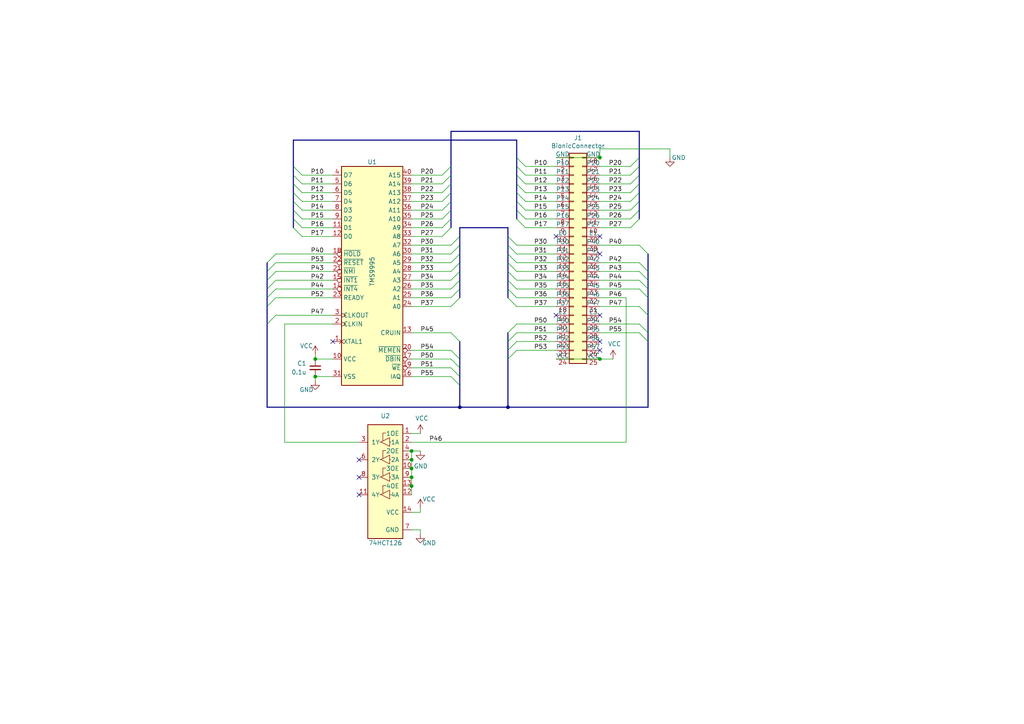
<source format=kicad_sch>
(kicad_sch (version 20211123) (generator eeschema)
  (paper "A4")
  (title_block (title "BionicTMS9995 Mezzanine") (date "2022-01-19") (rev "1") (company "Tadashi G. Takaoka"))
  (lib_symbols
    (symbol "0-LocalLibrary:74HCT126" (pin_names (offset 1.016))
      (property "Reference" "U" (at 0 16.51 0))
      (property "Value" "74HCT126" (at 0 -19.05 0))
      (symbol "74HCT126_0_1"
        (polyline (pts (xy -1.2954 10.2108) (xy -1.6002 10.2108)))
        (polyline (pts (xy 1.2954 10.2362) (xy 1.651 10.2362)))
        (polyline (pts (xy 0.7112 10.5664) (xy 0.7112 12.827) (xy -0.127 12.827) (xy -0.1016 12.827)))
      )
      (symbol "74HCT126_1_0"
        (polyline (pts (xy 1.27 10.2362) (xy -1.27 11.5062) (xy -1.27 8.9662) (xy 1.27 10.2362)) (stroke (width 0.1524)))
        (pin input line (at -7.62 12.7 0) (length 2.54) (name "1OE") (number "1"))
        (pin input line (at -7.62 2.54 0) (length 2.54) (name "3OE") (number "10"))
        (pin tri_state line (at 7.62 -5.08 180) (length 2.54) (name "4Y") (number "11"))
        (pin input line (at -7.62 -5.08 0) (length 2.54) (name "4A") (number "12"))
        (pin input line (at -7.62 -2.54 0) (length 2.54) (name "4OE") (number "13"))
        (pin power_in line (at -7.62 -10.16 0) (length 2.54) (name "VCC") (number "14"))
        (pin input line (at -7.62 10.16 0) (length 2.54) (name "1A") (number "2"))
        (pin tri_state line (at 7.62 10.16 180) (length 2.54) (name "1Y") (number "3"))
        (pin input line (at -7.62 7.62 0) (length 2.54) (name "2OE") (number "4"))
        (pin input line (at -7.62 5.08 0) (length 2.54) (name "2A") (number "5"))
        (pin tri_state line (at 7.62 5.08 180) (length 2.54) (name "2Y") (number "6"))
        (pin power_in line (at -7.62 -15.24 0) (length 2.54) (name "GND") (number "7"))
        (pin tri_state line (at 7.62 0 180) (length 2.54) (name "3Y") (number "8"))
        (pin input line (at -7.62 0 0) (length 2.54) (name "3A") (number "9"))
      )
      (symbol "74HCT126_1_1"
        (rectangle (start -5.08 15.24) (end 5.08 -17.78) (stroke (width 0.254)) (fill (type background)))
        (polyline (pts (xy -1.2954 -5.0292) (xy -1.6002 -5.0292)))
        (polyline (pts (xy -1.2954 0.0508) (xy -1.6002 0.0508)))
        (polyline (pts (xy -1.2954 5.1308) (xy -1.6002 5.1308)))
        (polyline (pts (xy 1.2954 -5.0038) (xy 1.651 -5.0038)))
        (polyline (pts (xy 1.2954 0.0762) (xy 1.651 0.0762)))
        (polyline (pts (xy 1.2954 5.1562) (xy 1.651 5.1562)))
        (polyline (pts (xy 0.7112 -4.6736) (xy 0.7112 -2.413) (xy -0.127 -2.413) (xy -0.1016 -2.413)))
        (polyline (pts (xy 0.7112 0.4064) (xy 0.7112 2.667) (xy -0.127 2.667) (xy -0.1016 2.667)))
        (polyline (pts (xy 0.7112 5.4864) (xy 0.7112 7.747) (xy -0.127 7.747) (xy -0.1016 7.747)))
        (polyline (pts (xy 1.27 -5.0038) (xy -1.27 -3.7338) (xy -1.27 -6.2738) (xy 1.27 -5.0038)) (stroke (width 0.1524)))
        (polyline (pts (xy 1.27 0.0762) (xy -1.27 1.3462) (xy -1.27 -1.1938) (xy 1.27 0.0762)) (stroke (width 0.1524)))
        (polyline (pts (xy 1.27 5.1562) (xy -1.27 6.4262) (xy -1.27 3.8862) (xy 1.27 5.1562)) (stroke (width 0.1524)))
      )
    )
    (symbol "0-LocalLibrary:BionicConnector" (pin_names (offset 0))
      (property "Reference" "J" (at 1.27 30.48 0))
      (property "Value" "BionicConnector" (at 3.81 33.02 0))
      (symbol "BionicConnector_1_1"
        (rectangle (start -1.27 -30.353) (end 0 -30.607) (stroke (width 0.1524)))
        (rectangle (start -1.27 -27.813) (end 0 -28.067) (stroke (width 0.1524)))
        (rectangle (start -1.27 -25.273) (end 0 -25.527) (stroke (width 0.1524)))
        (rectangle (start -1.27 -22.733) (end 0 -22.987) (stroke (width 0.1524)))
        (rectangle (start -1.27 -20.193) (end 0 -20.447) (stroke (width 0.1524)))
        (rectangle (start -1.27 -17.653) (end 0 -17.907) (stroke (width 0.1524)))
        (rectangle (start -1.27 -15.113) (end 0 -15.367) (stroke (width 0.1524)))
        (rectangle (start -1.27 -12.573) (end 0 -12.827) (stroke (width 0.1524)))
        (rectangle (start -1.27 -10.033) (end 0 -10.287) (stroke (width 0.1524)))
        (rectangle (start -1.27 -7.493) (end 0 -7.747) (stroke (width 0.1524)))
        (rectangle (start -1.27 -4.953) (end 0 -5.207) (stroke (width 0.1524)))
        (rectangle (start -1.27 -2.413) (end 0 -2.667) (stroke (width 0.1524)))
        (rectangle (start -1.27 0.127) (end 0 -0.127) (stroke (width 0.1524)))
        (rectangle (start -1.27 2.667) (end 0 2.413) (stroke (width 0.1524)))
        (rectangle (start -1.27 5.207) (end 0 4.953) (stroke (width 0.1524)))
        (rectangle (start -1.27 7.747) (end 0 7.493) (stroke (width 0.1524)))
        (rectangle (start -1.27 10.287) (end 0 10.033) (stroke (width 0.1524)))
        (rectangle (start -1.27 12.827) (end 0 12.573) (stroke (width 0.1524)))
        (rectangle (start -1.27 15.367) (end 0 15.113) (stroke (width 0.1524)))
        (rectangle (start -1.27 17.907) (end 0 17.653) (stroke (width 0.1524)))
        (rectangle (start -1.27 20.447) (end 0 20.193) (stroke (width 0.1524)))
        (rectangle (start -1.27 22.987) (end 0 22.733) (stroke (width 0.1524)))
        (rectangle (start -1.27 25.527) (end 0 25.273) (stroke (width 0.1524)))
        (rectangle (start -1.27 28.067) (end 0 27.813) (stroke (width 0.1524)))
        (rectangle (start -1.27 29.21) (end 3.81 -31.75) (stroke (width 0.254)) (fill (type background)))
        (rectangle (start 3.81 -30.353) (end 2.54 -30.607) (stroke (width 0.1524)))
        (rectangle (start 3.81 -27.813) (end 2.54 -28.067) (stroke (width 0.1524)))
        (rectangle (start 3.81 -25.273) (end 2.54 -25.527) (stroke (width 0.1524)))
        (rectangle (start 3.81 -22.733) (end 2.54 -22.987) (stroke (width 0.1524)))
        (rectangle (start 3.81 -20.193) (end 2.54 -20.447) (stroke (width 0.1524)))
        (rectangle (start 3.81 -17.653) (end 2.54 -17.907) (stroke (width 0.1524)))
        (rectangle (start 3.81 -15.113) (end 2.54 -15.367) (stroke (width 0.1524)))
        (rectangle (start 3.81 -12.573) (end 2.54 -12.827) (stroke (width 0.1524)))
        (rectangle (start 3.81 -10.033) (end 2.54 -10.287) (stroke (width 0.1524)))
        (rectangle (start 3.81 -7.493) (end 2.54 -7.747) (stroke (width 0.1524)))
        (rectangle (start 3.81 -4.953) (end 2.54 -5.207) (stroke (width 0.1524)))
        (rectangle (start 3.81 -2.413) (end 2.54 -2.667) (stroke (width 0.1524)))
        (rectangle (start 3.81 0.127) (end 2.54 -0.127) (stroke (width 0.1524)))
        (rectangle (start 3.81 2.667) (end 2.54 2.413) (stroke (width 0.1524)))
        (rectangle (start 3.81 5.207) (end 2.54 4.953) (stroke (width 0.1524)))
        (rectangle (start 3.81 7.747) (end 2.54 7.493) (stroke (width 0.1524)))
        (rectangle (start 3.81 10.287) (end 2.54 10.033) (stroke (width 0.1524)))
        (rectangle (start 3.81 12.827) (end 2.54 12.573) (stroke (width 0.1524)))
        (rectangle (start 3.81 15.367) (end 2.54 15.113) (stroke (width 0.1524)))
        (rectangle (start 3.81 17.907) (end 2.54 17.653) (stroke (width 0.1524)))
        (rectangle (start 3.81 20.447) (end 2.54 20.193) (stroke (width 0.1524)))
        (rectangle (start 3.81 22.987) (end 2.54 22.733) (stroke (width 0.1524)))
        (rectangle (start 3.81 25.527) (end 2.54 25.273) (stroke (width 0.1524)))
        (rectangle (start 3.81 28.067) (end 2.54 27.813) (stroke (width 0.1524)))
        (pin power_out line (at -5.08 27.94 0) (length 3.81) (name "GND") (number "1"))
        (pin bidirectional line (at -5.08 5.08 0) (length 3.81) (name "E0") (number "10"))
        (pin bidirectional line (at -5.08 2.54 0) (length 3.81) (name "P30") (number "11"))
        (pin bidirectional line (at -5.08 0 0) (length 3.81) (name "P31") (number "12"))
        (pin bidirectional line (at -5.08 -2.54 0) (length 3.81) (name "P32") (number "13"))
        (pin bidirectional line (at -5.08 -5.08 0) (length 3.81) (name "P33") (number "14"))
        (pin bidirectional line (at -5.08 -7.62 0) (length 3.81) (name "P34") (number "15"))
        (pin bidirectional line (at -5.08 -10.16 0) (length 3.81) (name "P35") (number "16"))
        (pin bidirectional line (at -5.08 -12.7 0) (length 3.81) (name "P36") (number "17"))
        (pin bidirectional line (at -5.08 -15.24 0) (length 3.81) (name "P37") (number "18"))
        (pin bidirectional line (at -5.08 -17.78 0) (length 3.81) (name "E2") (number "19"))
        (pin bidirectional line (at -5.08 25.4 0) (length 3.81) (name "P10") (number "2"))
        (pin bidirectional line (at -5.08 -20.32 0) (length 3.81) (name "P50") (number "20"))
        (pin bidirectional line (at -5.08 -22.86 0) (length 3.81) (name "P51") (number "21"))
        (pin bidirectional line (at -5.08 -25.4 0) (length 3.81) (name "P52") (number "22"))
        (pin bidirectional line (at -5.08 -27.94 0) (length 3.81) (name "P53") (number "23"))
        (pin power_out line (at -5.08 -30.48 0) (length 3.81) (name "VCC") (number "24"))
        (pin power_in line (at 7.62 -30.48 180) (length 3.81) (name "VCC") (number "25"))
        (pin bidirectional line (at 7.62 -27.94 180) (length 3.81) (name "P57") (number "26"))
        (pin bidirectional line (at 7.62 -25.4 180) (length 3.81) (name "P56") (number "27"))
        (pin bidirectional line (at 7.62 -22.86 180) (length 3.81) (name "P55") (number "28"))
        (pin bidirectional line (at 7.62 -20.32 180) (length 3.81) (name "P54") (number "29"))
        (pin bidirectional line (at -5.08 22.86 0) (length 3.81) (name "P11") (number "3"))
        (pin bidirectional line (at 7.62 -17.78 180) (length 3.81) (name "E3") (number "30"))
        (pin bidirectional line (at 7.62 -15.24 180) (length 3.81) (name "P47") (number "31"))
        (pin bidirectional line (at 7.62 -12.7 180) (length 3.81) (name "P46") (number "32"))
        (pin bidirectional line (at 7.62 -10.16 180) (length 3.81) (name "P45") (number "33"))
        (pin bidirectional line (at 7.62 -7.62 180) (length 3.81) (name "P44") (number "34"))
        (pin bidirectional line (at 7.62 -5.08 180) (length 3.81) (name "P43") (number "35"))
        (pin bidirectional line (at 7.62 -2.54 180) (length 3.81) (name "P42") (number "36"))
        (pin bidirectional line (at 7.62 0 180) (length 3.81) (name "P41") (number "37"))
        (pin bidirectional line (at 7.62 2.54 180) (length 3.81) (name "P40") (number "38"))
        (pin bidirectional line (at 7.62 5.08 180) (length 3.81) (name "E1") (number "39"))
        (pin bidirectional line (at -5.08 20.32 0) (length 3.81) (name "P12") (number "4"))
        (pin bidirectional line (at 7.62 7.62 180) (length 3.81) (name "P27") (number "40"))
        (pin bidirectional line (at 7.62 10.16 180) (length 3.81) (name "P26") (number "41"))
        (pin bidirectional line (at 7.62 12.7 180) (length 3.81) (name "P25") (number "42"))
        (pin bidirectional line (at 7.62 15.24 180) (length 3.81) (name "P24") (number "43"))
        (pin bidirectional line (at 7.62 17.78 180) (length 3.81) (name "P23") (number "44"))
        (pin bidirectional line (at 7.62 20.32 180) (length 3.81) (name "P22") (number "45"))
        (pin bidirectional line (at 7.62 22.86 180) (length 3.81) (name "P21") (number "46"))
        (pin bidirectional line (at 7.62 25.4 180) (length 3.81) (name "P20") (number "47"))
        (pin power_in line (at 7.62 27.94 180) (length 3.81) (name "GND") (number "48"))
        (pin bidirectional line (at -5.08 17.78 0) (length 3.81) (name "P13") (number "5"))
        (pin bidirectional line (at -5.08 15.24 0) (length 3.81) (name "P14") (number "6"))
        (pin bidirectional line (at -5.08 12.7 0) (length 3.81) (name "P15") (number "7"))
        (pin bidirectional line (at -5.08 10.16 0) (length 3.81) (name "P16") (number "8"))
        (pin bidirectional line (at -5.08 7.62 0) (length 3.81) (name "P17") (number "9"))
      )
    )
    (symbol "0-LocalLibrary:TMS9995"
      (property "Reference" "U" (at -1.27 31.75 0))
      (property "Value" "TMS9995" (at 0 -3.81 90))
      (symbol "TMS9995_0_1"
        (rectangle (start -8.89 -33.02) (end 8.89 30.48) (stroke (width 0.254)) (fill (type background)))
      )
      (symbol "TMS9995_1_1"
        (pin passive non_logic (at -11.43 -20.32 0) (length 2.54) (name "XTAL1") (number "1"))
        (pin power_in line (at -11.43 -25.4 0) (length 2.54) (name "VCC") (number "10"))
        (pin bidirectional line (at -11.43 12.7 0) (length 2.54) (name "D1") (number "11"))
        (pin bidirectional line (at -11.43 10.16 0) (length 2.54) (name "D0") (number "12"))
        (pin input line (at 11.43 -17.78 180) (length 2.54) (name "CRUIN") (number "13"))
        (pin input inverted (at -11.43 -5.08 0) (length 2.54) (name "~{INT4}") (number "14"))
        (pin input inverted (at -11.43 -2.54 0) (length 2.54) (name "~{INT1}") (number "15"))
        (pin output line (at 11.43 -30.48 180) (length 2.54) (name "IAQ") (number "16"))
        (pin output inverted (at 11.43 -25.4 180) (length 2.54) (name "~{DBIN}") (number "17"))
        (pin input inverted (at -11.43 5.08 0) (length 2.54) (name "~{HOLD}") (number "18"))
        (pin output inverted (at 11.43 -27.94 180) (length 2.54) (name "~{WE}") (number "19"))
        (pin input clock (at -11.43 -15.24 0) (length 2.54) (name "CLKIN") (number "2"))
        (pin output inverted (at 11.43 -22.86 180) (length 2.54) (name "~{MEMEN}") (number "20"))
        (pin input inverted (at -11.43 0 0) (length 2.54) (name "~{NMI}") (number "21"))
        (pin input inverted (at -11.43 2.54 0) (length 2.54) (name "~{RESET}") (number "22"))
        (pin input line (at -11.43 -7.62 0) (length 2.54) (name "READY") (number "23"))
        (pin output line (at 11.43 -10.16 180) (length 2.54) (name "A0") (number "24"))
        (pin output line (at 11.43 -7.62 180) (length 2.54) (name "A1") (number "25"))
        (pin output line (at 11.43 -5.08 180) (length 2.54) (name "A2") (number "26"))
        (pin output line (at 11.43 -2.54 180) (length 2.54) (name "A3") (number "27"))
        (pin output line (at 11.43 0 180) (length 2.54) (name "A4") (number "28"))
        (pin output line (at 11.43 2.54 180) (length 2.54) (name "A5") (number "29"))
        (pin output clock (at -11.43 -12.7 0) (length 2.54) (name "CLKOUT") (number "3"))
        (pin output line (at 11.43 5.08 180) (length 2.54) (name "A6") (number "30"))
        (pin power_in line (at -11.43 -30.48 0) (length 2.54) (name "VSS") (number "31"))
        (pin output line (at 11.43 7.62 180) (length 2.54) (name "A7") (number "32"))
        (pin output line (at 11.43 10.16 180) (length 2.54) (name "A8") (number "33"))
        (pin output line (at 11.43 12.7 180) (length 2.54) (name "A9") (number "34"))
        (pin output line (at 11.43 15.24 180) (length 2.54) (name "A10") (number "35"))
        (pin output line (at 11.43 17.78 180) (length 2.54) (name "A11") (number "36"))
        (pin output line (at 11.43 20.32 180) (length 2.54) (name "A12") (number "37"))
        (pin output line (at 11.43 22.86 180) (length 2.54) (name "A13") (number "38"))
        (pin output line (at 11.43 25.4 180) (length 2.54) (name "A14") (number "39"))
        (pin bidirectional line (at -11.43 27.94 0) (length 2.54) (name "D7") (number "4"))
        (pin output line (at 11.43 27.94 180) (length 2.54) (name "A15") (number "40"))
        (pin bidirectional line (at -11.43 25.4 0) (length 2.54) (name "D6") (number "5"))
        (pin bidirectional line (at -11.43 22.86 0) (length 2.54) (name "D5") (number "6"))
        (pin bidirectional line (at -11.43 20.32 0) (length 2.54) (name "D4") (number "7"))
        (pin bidirectional line (at -11.43 17.78 0) (length 2.54) (name "D3") (number "8"))
        (pin bidirectional line (at -11.43 15.24 0) (length 2.54) (name "D2") (number "9"))
      )
    )
    (symbol "Device:C_Small" (pin_numbers hide) (pin_names (offset 0.254) hide)
      (property "Reference" "C" (at 0.254 1.778 0))
      (property "Value" "C_Small" (at 0.254 -2.032 0))
      (symbol "C_Small_0_1"
        (polyline (pts (xy -1.524 -0.508) (xy 1.524 -0.508)) (stroke (width 0.3302)))
        (polyline (pts (xy -1.524 0.508) (xy 1.524 0.508)) (stroke (width 0.3048)))
      )
      (symbol "C_Small_1_1"
        (pin passive line (at 0 2.54 270) (length 2.032) (name "~") (number "1"))
        (pin passive line (at 0 -2.54 90) (length 2.032) (name "~") (number "2"))
      )
    )
    (symbol "power:GND" (power) (pin_names (offset 0))
      (property "Value" "GND" (at 0 -3.81 0))
      (symbol "GND_0_1"
        (polyline (pts (xy 0 0) (xy 0 -1.27) (xy 1.27 -1.27) (xy 0 -2.54) (xy -1.27 -1.27) (xy 0 -1.27)))
      )
      (symbol "GND_1_1"
        (pin power_in line (at 0 0 270) (length 0) hide (name "GND") (number "1"))
      )
    )
    (symbol "power:VCC" (power) (pin_names (offset 0))
      (property "Value" "VCC" (at 0 3.81 0))
      (symbol "VCC_0_1"
        (polyline (pts (xy -0.762 1.27) (xy 0 2.54)))
        (polyline (pts (xy 0 0) (xy 0 2.54)))
        (polyline (pts (xy 0 2.54) (xy 0.762 1.27)))
      )
      (symbol "VCC_1_1"
        (pin power_in line (at 0 0 90) (length 0) hide (name "VCC") (number "1"))
      )
    )
  )
  (junction (at 91.44 104.14))
  (junction (at 119.38 130.81))
  (junction (at 119.38 135.89))
  (junction (at 173.99 104.14))
  (junction (at 91.44 109.22))
  (junction (at 133.35 118.11))
  (junction (at 173.99 45.72))
  (junction (at 119.38 133.35))
  (junction (at 119.38 138.43))
  (junction (at 147.32 118.11))
  (junction (at 119.38 140.97))
  (no_connect (at 173.99 91.44))
  (no_connect (at 104.14 133.35))
  (no_connect (at 173.99 68.58))
  (no_connect (at 173.99 73.66))
  (no_connect (at 161.29 68.58))
  (no_connect (at 96.52 99.06))
  (no_connect (at 104.14 138.43))
  (no_connect (at 104.14 143.51))
  (no_connect (at 161.29 91.44))
  (no_connect (at 173.99 101.6))
  (no_connect (at 173.99 99.06))
  (bus_entry (at 130.81 58.42) (size -2.54 2.54))
  (bus_entry (at 185.42 55.88) (size -2.54 2.54))
  (bus_entry (at 185.42 50.8) (size -2.54 2.54))
  (bus_entry (at 130.81 53.34) (size -2.54 2.54))
  (bus_entry (at 130.81 96.52) (size 2.54 2.54))
  (bus_entry (at 80.01 78.74) (size -2.54 2.54))
  (bus_entry (at 80.01 86.36) (size -2.54 2.54))
  (bus_entry (at 130.81 66.04) (size -2.54 2.54))
  (bus_entry (at 87.63 50.8) (size -2.54 -2.54))
  (bus_entry (at 185.42 93.98) (size 2.54 2.54))
  (bus_entry (at 87.63 53.34) (size -2.54 -2.54))
  (bus_entry (at 185.42 53.34) (size -2.54 2.54))
  (bus_entry (at 152.4 60.96) (size -2.54 -2.54))
  (bus_entry (at 185.42 60.96) (size -2.54 2.54))
  (bus_entry (at 130.81 86.36) (size 2.54 -2.54))
  (bus_entry (at 147.32 71.12) (size 2.54 2.54))
  (bus_entry (at 130.81 104.14) (size 2.54 2.54))
  (bus_entry (at 80.01 81.28) (size -2.54 2.54))
  (bus_entry (at 185.42 45.72) (size -2.54 2.54))
  (bus_entry (at 185.42 58.42) (size -2.54 2.54))
  (bus_entry (at 147.32 76.2) (size 2.54 2.54))
  (bus_entry (at 149.86 99.06) (size -2.54 2.54))
  (bus_entry (at 130.81 81.28) (size 2.54 -2.54))
  (bus_entry (at 149.86 101.6) (size -2.54 2.54))
  (bus_entry (at 147.32 83.82) (size 2.54 2.54))
  (bus_entry (at 149.86 96.52) (size -2.54 2.54))
  (bus_entry (at 149.86 71.12) (size -2.54 -2.54))
  (bus_entry (at 185.42 63.5) (size -2.54 2.54))
  (bus_entry (at 87.63 66.04) (size -2.54 -2.54))
  (bus_entry (at 147.32 81.28) (size 2.54 2.54))
  (bus_entry (at 130.81 88.9) (size 2.54 -2.54))
  (bus_entry (at 149.86 93.98) (size -2.54 2.54))
  (bus_entry (at 130.81 63.5) (size -2.54 2.54))
  (bus_entry (at 147.32 78.74) (size 2.54 2.54))
  (bus_entry (at 185.42 81.28) (size 2.54 2.54))
  (bus_entry (at 130.81 60.96) (size -2.54 2.54))
  (bus_entry (at 152.4 50.8) (size -2.54 -2.54))
  (bus_entry (at 130.81 71.12) (size 2.54 -2.54))
  (bus_entry (at 185.42 71.12) (size 2.54 2.54))
  (bus_entry (at 130.81 76.2) (size 2.54 -2.54))
  (bus_entry (at 130.81 73.66) (size 2.54 -2.54))
  (bus_entry (at 130.81 83.82) (size 2.54 -2.54))
  (bus_entry (at 130.81 48.26) (size -2.54 2.54))
  (bus_entry (at 87.63 63.5) (size -2.54 -2.54))
  (bus_entry (at 185.42 76.2) (size 2.54 2.54))
  (bus_entry (at 130.81 106.68) (size 2.54 2.54))
  (bus_entry (at 185.42 48.26) (size -2.54 2.54))
  (bus_entry (at 87.63 68.58) (size -2.54 -2.54))
  (bus_entry (at 87.63 58.42) (size -2.54 -2.54))
  (bus_entry (at 152.4 53.34) (size -2.54 -2.54))
  (bus_entry (at 185.42 83.82) (size 2.54 2.54))
  (bus_entry (at 80.01 73.66) (size -2.54 2.54))
  (bus_entry (at 130.81 101.6) (size 2.54 2.54))
  (bus_entry (at 152.4 66.04) (size -2.54 -2.54))
  (bus_entry (at 152.4 55.88) (size -2.54 -2.54))
  (bus_entry (at 185.42 78.74) (size 2.54 2.54))
  (bus_entry (at 130.81 55.88) (size -2.54 2.54))
  (bus_entry (at 152.4 58.42) (size -2.54 -2.54))
  (bus_entry (at 130.81 109.22) (size 2.54 2.54))
  (bus_entry (at 87.63 55.88) (size -2.54 -2.54))
  (bus_entry (at 80.01 76.2) (size -2.54 2.54))
  (bus_entry (at 130.81 50.8) (size -2.54 2.54))
  (bus_entry (at 152.4 63.5) (size -2.54 -2.54))
  (bus_entry (at 80.01 83.82) (size -2.54 2.54))
  (bus_entry (at 152.4 48.26) (size -2.54 -2.54))
  (bus_entry (at 80.01 91.44) (size -2.54 2.54))
  (bus_entry (at 185.42 88.9) (size 2.54 2.54))
  (bus_entry (at 87.63 60.96) (size -2.54 -2.54))
  (bus_entry (at 147.32 86.36) (size 2.54 2.54))
  (bus_entry (at 147.32 73.66) (size 2.54 2.54))
  (bus_entry (at 130.81 78.74) (size 2.54 -2.54))
  (bus_entry (at 185.42 96.52) (size 2.54 2.54))
  (bus (pts (xy 147.32 71.12) (xy 147.32 73.66)))
  (bus (pts (xy 187.96 96.52) (xy 187.96 99.06)))
  (bus (pts (xy 85.09 58.42) (xy 85.09 60.96)))
  (wire (pts (xy 119.38 50.8) (xy 128.27 50.8)))
  (bus (pts (xy 149.86 50.8) (xy 149.86 53.34)))
  (wire (pts (xy 119.38 143.51) (xy 119.38 140.97)))
  (wire (pts (xy 149.86 96.52) (xy 161.29 96.52)))
  (wire (pts (xy 161.29 71.12) (xy 149.86 71.12)))
  (wire (pts (xy 80.01 76.2) (xy 96.52 76.2)))
  (wire (pts (xy 173.99 43.18) (xy 194.31 43.18)))
  (wire (pts (xy 91.44 104.14) (xy 96.52 104.14)))
  (bus (pts (xy 149.86 40.64) (xy 149.86 45.72)))
  (bus (pts (xy 147.32 73.66) (xy 147.32 76.2)))
  (bus (pts (xy 77.47 88.9) (xy 77.47 93.98)))
  (wire (pts (xy 173.99 71.12) (xy 185.42 71.12)))
  (bus (pts (xy 147.32 83.82) (xy 147.32 86.36)))
  (bus (pts (xy 133.35 81.28) (xy 133.35 83.82)))
  (wire (pts (xy 91.44 110.49) (xy 91.44 109.22)))
  (bus (pts (xy 133.35 66.04) (xy 147.32 66.04)))
  (bus (pts (xy 133.35 111.76) (xy 133.35 118.11)))
  (bus (pts (xy 130.81 38.1) (xy 130.81 48.26)))
  (bus (pts (xy 85.09 53.34) (xy 85.09 55.88)))
  (wire (pts (xy 161.29 50.8) (xy 152.4 50.8)))
  (bus (pts (xy 185.42 50.8) (xy 185.42 53.34)))
  (bus (pts (xy 133.35 66.04) (xy 133.35 68.58)))
  (wire (pts (xy 161.29 58.42) (xy 152.4 58.42)))
  (wire (pts (xy 119.38 153.67) (xy 121.92 153.67)))
  (wire (pts (xy 173.99 93.98) (xy 185.42 93.98)))
  (wire (pts (xy 161.29 63.5) (xy 152.4 63.5)))
  (wire (pts (xy 96.52 81.28) (xy 80.01 81.28)))
  (wire (pts (xy 96.52 86.36) (xy 80.01 86.36)))
  (wire (pts (xy 149.86 88.9) (xy 161.29 88.9)))
  (wire (pts (xy 119.38 58.42) (xy 128.27 58.42)))
  (bus (pts (xy 130.81 63.5) (xy 130.81 66.04)))
  (wire (pts (xy 173.99 104.14) (xy 177.8 104.14)))
  (wire (pts (xy 119.38 76.2) (xy 130.81 76.2)))
  (wire (pts (xy 173.99 55.88) (xy 182.88 55.88)))
  (wire (pts (xy 161.29 83.82) (xy 149.86 83.82)))
  (wire (pts (xy 119.38 53.34) (xy 128.27 53.34)))
  (bus (pts (xy 187.96 78.74) (xy 187.96 81.28)))
  (bus (pts (xy 85.09 50.8) (xy 85.09 53.34)))
  (bus (pts (xy 130.81 53.34) (xy 130.81 55.88)))
  (bus (pts (xy 133.35 106.68) (xy 133.35 109.22)))
  (wire (pts (xy 119.38 138.43) (xy 119.38 135.89)))
  (wire (pts (xy 121.92 148.59) (xy 119.38 148.59)))
  (wire (pts (xy 119.38 86.36) (xy 130.81 86.36)))
  (wire (pts (xy 119.38 106.68) (xy 130.81 106.68)))
  (bus (pts (xy 185.42 48.26) (xy 185.42 50.8)))
  (wire (pts (xy 80.01 83.82) (xy 96.52 83.82)))
  (wire (pts (xy 119.38 140.97) (xy 119.38 138.43)))
  (wire (pts (xy 173.99 66.04) (xy 182.88 66.04)))
  (wire (pts (xy 161.29 60.96) (xy 152.4 60.96)))
  (wire (pts (xy 119.38 60.96) (xy 128.27 60.96)))
  (bus (pts (xy 147.32 66.04) (xy 147.32 68.58)))
  (bus (pts (xy 147.32 96.52) (xy 147.32 99.06)))
  (wire (pts (xy 149.86 93.98) (xy 161.29 93.98)))
  (wire (pts (xy 173.99 78.74) (xy 185.42 78.74)))
  (wire (pts (xy 161.29 73.66) (xy 149.86 73.66)))
  (bus (pts (xy 133.35 104.14) (xy 133.35 106.68)))
  (wire (pts (xy 119.38 125.73) (xy 121.92 125.73)))
  (wire (pts (xy 119.38 81.28) (xy 130.81 81.28)))
  (wire (pts (xy 185.42 96.52) (xy 173.99 96.52)))
  (wire (pts (xy 119.38 96.52) (xy 130.81 96.52)))
  (bus (pts (xy 147.32 76.2) (xy 147.32 78.74)))
  (bus (pts (xy 77.47 83.82) (xy 77.47 86.36)))
  (bus (pts (xy 133.35 83.82) (xy 133.35 86.36)))
  (bus (pts (xy 185.42 60.96) (xy 185.42 63.5)))
  (wire (pts (xy 119.38 73.66) (xy 130.81 73.66)))
  (wire (pts (xy 96.52 63.5) (xy 87.63 63.5)))
  (wire (pts (xy 161.29 104.14) (xy 173.99 104.14)))
  (wire (pts (xy 161.29 55.88) (xy 152.4 55.88)))
  (bus (pts (xy 85.09 60.96) (xy 85.09 63.5)))
  (wire (pts (xy 161.29 53.34) (xy 152.4 53.34)))
  (wire (pts (xy 173.99 86.36) (xy 181.61 86.36)))
  (bus (pts (xy 147.32 104.14) (xy 147.32 118.11)))
  (wire (pts (xy 96.52 53.34) (xy 87.63 53.34)))
  (wire (pts (xy 149.86 101.6) (xy 161.29 101.6)))
  (bus (pts (xy 149.86 58.42) (xy 149.86 60.96)))
  (wire (pts (xy 173.99 48.26) (xy 182.88 48.26)))
  (bus (pts (xy 149.86 48.26) (xy 149.86 50.8)))
  (wire (pts (xy 96.52 66.04) (xy 87.63 66.04)))
  (wire (pts (xy 119.38 83.82) (xy 130.81 83.82)))
  (bus (pts (xy 77.47 76.2) (xy 77.47 78.74)))
  (wire (pts (xy 149.86 86.36) (xy 161.29 86.36)))
  (bus (pts (xy 85.09 48.26) (xy 85.09 50.8)))
  (wire (pts (xy 173.99 50.8) (xy 182.88 50.8)))
  (bus (pts (xy 187.96 99.06) (xy 187.96 118.11)))
  (bus (pts (xy 187.96 83.82) (xy 187.96 86.36)))
  (wire (pts (xy 173.99 88.9) (xy 185.42 88.9)))
  (wire (pts (xy 119.38 66.04) (xy 128.27 66.04)))
  (wire (pts (xy 96.52 60.96) (xy 87.63 60.96)))
  (wire (pts (xy 82.55 93.98) (xy 96.52 93.98)))
  (bus (pts (xy 77.47 81.28) (xy 77.47 83.82)))
  (bus (pts (xy 85.09 63.5) (xy 85.09 66.04)))
  (bus (pts (xy 85.09 40.64) (xy 85.09 48.26)))
  (wire (pts (xy 119.38 88.9) (xy 130.81 88.9)))
  (bus (pts (xy 147.32 101.6) (xy 147.32 104.14)))
  (wire (pts (xy 173.99 58.42) (xy 182.88 58.42)))
  (bus (pts (xy 149.86 60.96) (xy 149.86 63.5)))
  (wire (pts (xy 119.38 63.5) (xy 128.27 63.5)))
  (bus (pts (xy 187.96 73.66) (xy 187.96 78.74)))
  (wire (pts (xy 161.29 45.72) (xy 173.99 45.72)))
  (bus (pts (xy 185.42 58.42) (xy 185.42 60.96)))
  (wire (pts (xy 119.38 101.6) (xy 130.81 101.6)))
  (wire (pts (xy 173.99 53.34) (xy 182.88 53.34)))
  (bus (pts (xy 133.35 73.66) (xy 133.35 76.2)))
  (wire (pts (xy 119.38 71.12) (xy 130.81 71.12)))
  (bus (pts (xy 147.32 78.74) (xy 147.32 81.28)))
  (bus (pts (xy 130.81 50.8) (xy 130.81 53.34)))
  (bus (pts (xy 133.35 76.2) (xy 133.35 78.74)))
  (wire (pts (xy 119.38 78.74) (xy 130.81 78.74)))
  (wire (pts (xy 82.55 128.27) (xy 82.55 93.98)))
  (wire (pts (xy 173.99 63.5) (xy 182.88 63.5)))
  (bus (pts (xy 133.35 78.74) (xy 133.35 81.28)))
  (bus (pts (xy 185.42 55.88) (xy 185.42 58.42)))
  (bus (pts (xy 130.81 48.26) (xy 130.81 50.8)))
  (bus (pts (xy 133.35 118.11) (xy 147.32 118.11)))
  (bus (pts (xy 187.96 86.36) (xy 187.96 91.44)))
  (bus (pts (xy 149.86 45.72) (xy 149.86 48.26)))
  (wire (pts (xy 161.29 48.26) (xy 152.4 48.26)))
  (bus (pts (xy 147.32 81.28) (xy 147.32 83.82)))
  (wire (pts (xy 96.52 91.44) (xy 80.01 91.44)))
  (bus (pts (xy 85.09 40.64) (xy 149.86 40.64)))
  (wire (pts (xy 96.52 58.42) (xy 87.63 58.42)))
  (bus (pts (xy 77.47 86.36) (xy 77.47 88.9)))
  (wire (pts (xy 119.38 55.88) (xy 128.27 55.88)))
  (bus (pts (xy 149.86 55.88) (xy 149.86 58.42)))
  (wire (pts (xy 91.44 109.22) (xy 96.52 109.22)))
  (bus (pts (xy 133.35 68.58) (xy 133.35 71.12)))
  (wire (pts (xy 161.29 76.2) (xy 149.86 76.2)))
  (wire (pts (xy 173.99 83.82) (xy 185.42 83.82)))
  (wire (pts (xy 161.29 78.74) (xy 149.86 78.74)))
  (wire (pts (xy 96.52 55.88) (xy 87.63 55.88)))
  (wire (pts (xy 173.99 76.2) (xy 185.42 76.2)))
  (bus (pts (xy 130.81 60.96) (xy 130.81 63.5)))
  (bus (pts (xy 187.96 118.11) (xy 147.32 118.11)))
  (bus (pts (xy 147.32 99.06) (xy 147.32 101.6)))
  (wire (pts (xy 161.29 81.28) (xy 149.86 81.28)))
  (bus (pts (xy 77.47 78.74) (xy 77.47 81.28)))
  (wire (pts (xy 121.92 148.59) (xy 121.92 147.32)))
  (bus (pts (xy 149.86 53.34) (xy 149.86 55.88)))
  (wire (pts (xy 173.99 43.18) (xy 173.99 45.72)))
  (wire (pts (xy 104.14 128.27) (xy 82.55 128.27)))
  (bus (pts (xy 187.96 81.28) (xy 187.96 83.82)))
  (bus (pts (xy 185.42 45.72) (xy 185.42 48.26)))
  (bus (pts (xy 147.32 68.58) (xy 147.32 71.12)))
  (bus (pts (xy 185.42 38.1) (xy 185.42 45.72)))
  (wire (pts (xy 119.38 135.89) (xy 119.38 133.35)))
  (wire (pts (xy 149.86 99.06) (xy 161.29 99.06)))
  (bus (pts (xy 130.81 55.88) (xy 130.81 58.42)))
  (bus (pts (xy 130.81 38.1) (xy 185.42 38.1)))
  (wire (pts (xy 121.92 154.94) (xy 121.92 153.67)))
  (bus (pts (xy 185.42 53.34) (xy 185.42 55.88)))
  (bus (pts (xy 133.35 71.12) (xy 133.35 73.66)))
  (wire (pts (xy 96.52 68.58) (xy 87.63 68.58)))
  (bus (pts (xy 130.81 58.42) (xy 130.81 60.96)))
  (bus (pts (xy 77.47 118.11) (xy 133.35 118.11)))
  (wire (pts (xy 119.38 130.81) (xy 119.38 133.35)))
  (bus (pts (xy 133.35 109.22) (xy 133.35 111.76)))
  (wire (pts (xy 173.99 60.96) (xy 182.88 60.96)))
  (bus (pts (xy 85.09 55.88) (xy 85.09 58.42)))
  (wire (pts (xy 119.38 128.27) (xy 181.61 128.27)))
  (bus (pts (xy 77.47 93.98) (xy 77.47 118.11)))
  (wire (pts (xy 181.61 86.36) (xy 181.61 128.27)))
  (bus (pts (xy 187.96 91.44) (xy 187.96 96.52)))
  (wire (pts (xy 119.38 68.58) (xy 128.27 68.58)))
  (wire (pts (xy 173.99 81.28) (xy 185.42 81.28)))
  (wire (pts (xy 119.38 109.22) (xy 130.81 109.22)))
  (wire (pts (xy 96.52 73.66) (xy 80.01 73.66)))
  (wire (pts (xy 96.52 50.8) (xy 87.63 50.8)))
  (wire (pts (xy 80.01 78.74) (xy 96.52 78.74)))
  (bus (pts (xy 133.35 99.06) (xy 133.35 104.14)))
  (wire (pts (xy 194.31 43.18) (xy 194.31 45.72)))
  (wire (pts (xy 119.38 130.81) (xy 121.92 130.81)))
  (wire (pts (xy 119.38 104.14) (xy 130.81 104.14)))
  (wire (pts (xy 91.44 104.14) (xy 91.44 102.87)))
  (wire (pts (xy 161.29 66.04) (xy 152.4 66.04)))
  (label "P51" (at 121.92 106.68 0))
  (label "P42" (at 176.53 76.2 0))
  (label "P36" (at 121.92 86.36 0))
  (label "P17" (at 93.98 68.58 180))
  (label "P51" (at 158.75 96.52 180))
  (label "P40" (at 176.53 71.12 0))
  (label "P55" (at 176.53 96.52 0))
  (label "P16" (at 93.98 66.04 180))
  (label "P46" (at 176.53 86.36 0))
  (label "P54" (at 176.53 93.98 0))
  (label "P17" (at 158.75 66.04 180))
  (label "P52" (at 93.98 86.36 180))
  (label "P40" (at 93.98 73.66 180))
  (label "P12" (at 93.98 55.88 180))
  (label "P25" (at 176.53 60.96 0))
  (label "P34" (at 158.75 81.28 180))
  (label "P36" (at 158.75 86.36 180))
  (label "P23" (at 176.53 55.88 0))
  (label "P26" (at 121.92 66.04 0))
  (label "P53" (at 93.98 76.2 180))
  (label "P35" (at 158.75 83.82 180))
  (label "P24" (at 176.53 58.42 0))
  (label "P33" (at 158.75 78.74 180))
  (label "P32" (at 158.75 76.2 180))
  (label "P27" (at 121.92 68.58 0))
  (label "P50" (at 121.92 104.14 0))
  (label "P37" (at 158.75 88.9 180))
  (label "P46" (at 124.46 128.27 0))
  (label "P13" (at 158.75 55.88 180))
  (label "P21" (at 121.92 53.34 0))
  (label "P14" (at 93.98 60.96 180))
  (label "P55" (at 121.92 109.22 0))
  (label "P14" (at 158.75 58.42 180))
  (label "P21" (at 176.53 50.8 0))
  (label "P45" (at 176.53 83.82 0))
  (label "P24" (at 121.92 60.96 0))
  (label "P27" (at 176.53 66.04 0))
  (label "P33" (at 121.92 78.74 0))
  (label "P31" (at 121.92 73.66 0))
  (label "P23" (at 121.92 58.42 0))
  (label "P32" (at 121.92 76.2 0))
  (label "P37" (at 121.92 88.9 0))
  (label "P34" (at 121.92 81.28 0))
  (label "P16" (at 158.75 63.5 180))
  (label "P42" (at 93.98 81.28 180))
  (label "P47" (at 93.98 91.44 180))
  (label "P10" (at 158.75 48.26 180))
  (label "P44" (at 176.53 81.28 0))
  (label "P53" (at 158.75 101.6 180))
  (label "P50" (at 158.75 93.98 180))
  (label "P31" (at 158.75 73.66 180))
  (label "P22" (at 121.92 55.88 0))
  (label "P44" (at 93.98 83.82 180))
  (label "P10" (at 93.98 50.8 180))
  (label "P11" (at 158.75 50.8 180))
  (label "P13" (at 93.98 58.42 180))
  (label "P52" (at 158.75 99.06 180))
  (label "P30" (at 121.92 71.12 0))
  (label "P12" (at 158.75 53.34 180))
  (label "P20" (at 176.53 48.26 0))
  (label "P30" (at 158.75 71.12 180))
  (label "P54" (at 121.92 101.6 0))
  (label "P43" (at 93.98 78.74 180))
  (label "P35" (at 121.92 83.82 0))
  (label "P45" (at 121.92 96.52 0))
  (label "P22" (at 176.53 53.34 0))
  (label "P25" (at 121.92 63.5 0))
  (label "P20" (at 121.92 50.8 0))
  (label "P26" (at 176.53 63.5 0))
  (label "P47" (at 176.53 88.9 0))
  (label "P43" (at 176.53 78.74 0))
  (label "P11" (at 93.98 53.34 180))
  (label "P15" (at 93.98 63.5 180))
  (label "P15" (at 158.75 60.96 180))
  (symbol (lib_id "power:VCC") (at -1352.55 -1136.65 0) (unit 1)
    (property "Reference" "#PWR01" (effects hide))
    (property "Value" "VCC" (at -1352.1182 -1141.0442 0))
  )
  (symbol (lib_id "power:VCC") (at 91.44 102.87 0) (mirror y) (unit 1)
    (property "Reference" "#PWR03" (effects hide))
    (property "Value" "VCC" (at 88.9 100.33 0))
  )
  (symbol (lib_id "power:GND") (at 91.44 110.49 0) (mirror y) (unit 1)
    (property "Reference" "#PWR04" (effects hide))
    (property "Value" "GND" (at 88.9 113.03 0))
  )
  (symbol (lib_id "Device:C_Small") (at 91.44 106.68 0) (mirror y) (unit 1)
    (property "Reference" "C1" (at 88.9 105.41 0) (effects (justify left)))
    (property "Value" "0.1u" (at 88.9 107.95 0) (effects (justify left)))
    (property "Footprint" "Capacitor_THT:C_Disc_D3.4mm_W2.1mm_P2.50mm" (effects hide))
  )
  (symbol (lib_id "0-LocalLibrary:74HCT126") (at 111.76 138.43 0) (mirror y) (unit 1)
    (property "Reference" "U2" (at 111.76 120.65 0))
    (property "Value" "74HCT126" (at 111.76 157.48 0))
    (property "Footprint" "Package_DIP:DIP-14_W7.62mm" (effects hide))
    (property "Datasheet" "https://www.ti.com/lit/ds/symlink/cd74hct126.pdf" (effects hide))
  )
  (symbol (lib_id "power:VCC") (at 121.92 147.32 0) (unit 1)
    (property "Reference" "#PWR07" (effects hide))
    (property "Value" "VCC" (at 124.46 144.78 0))
  )
  (symbol (lib_id "power:GND") (at 121.92 154.94 0) (unit 1)
    (property "Reference" "#PWR08" (effects hide))
    (property "Value" "GND" (at 124.46 157.48 0))
  )
  (symbol (lib_id "power:VCC") (at 121.92 125.73 0) (unit 1)
    (property "Reference" "#PWR02" (effects hide))
    (property "Value" "VCC" (at 122.3518 121.3358 0))
  )
  (symbol (lib_id "power:GND") (at 121.92 130.81 0) (unit 1)
    (property "Reference" "#PWR06" (effects hide))
    (property "Value" "GND" (at 122.047 135.2042 0))
  )
  (symbol (lib_id "power:GND") (at 194.31 45.72 0) (unit 1)
    (property "Reference" "#PWR0101" (effects hide))
    (property "Value" "GND" (at 196.85 45.72 0))
  )
  (symbol (lib_id "power:VCC") (at 177.8 104.14 0) (unit 1)
    (property "Reference" "#PWR0102" (effects hide))
    (property "Value" "VCC" (at 178.2318 99.7458 0))
  )
  (symbol (lib_id "0-LocalLibrary:TMS9995") (at 107.95 78.74 0) (unit 1)
    (property "Reference" "U1" (at 107.95 46.99 0))
    (property "Value" "TMS9995" (at 107.95 78.74 90))
    (property "Footprint" "Package_DIP:DIP-40_W15.24mm" (effects hide))
    (property "Datasheet" "https://pdf1.alldatasheet.com/datasheet-pdf/view/81555/TI/TMS9995.html" (effects hide))
  )
  (symbol (lib_id "0-LocalLibrary:BionicConnector") (at 166.37 73.66 0) (unit 1)
    (property "Reference" "J1" (at 167.64 40.005 0))
    (property "Value" "BionicConnector" (at 167.64 42.3164 0))
    (property "Footprint" "0-LocalLibrary:DIP-48_W7.62mm" (effects hide))
    (property "Datasheet" "https://www.arieselec.com/wp-content/uploads/2020/02/10001-universal-dip-zif-test-socket.pdf" (effects hide))
  )
)
</source>
